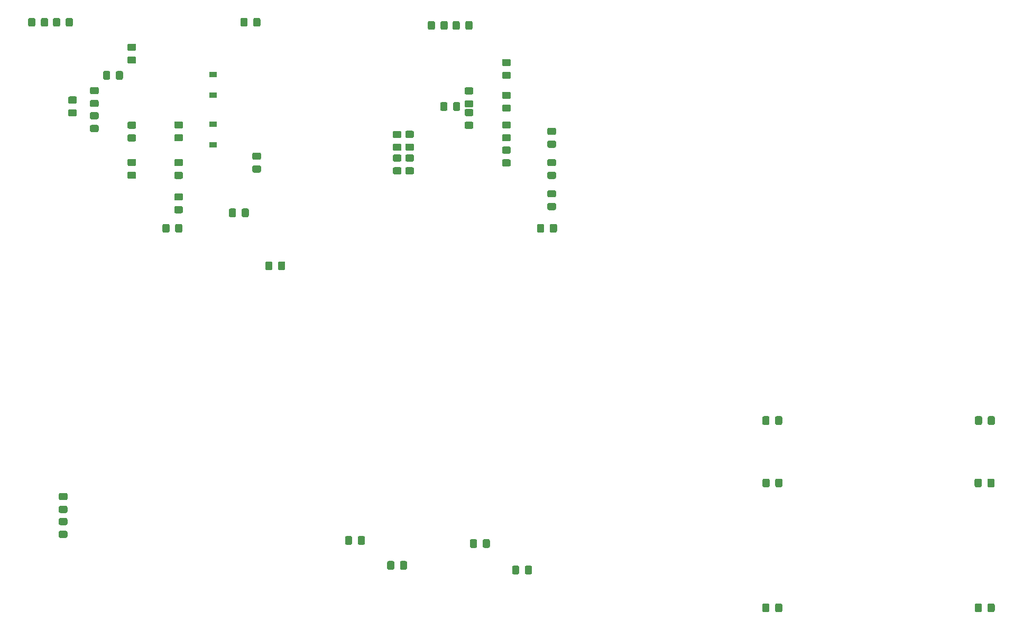
<source format=gtp>
G04 #@! TF.GenerationSoftware,KiCad,Pcbnew,(5.1.9)-1*
G04 #@! TF.CreationDate,2021-05-20T23:06:15+02:00*
G04 #@! TF.ProjectId,KicadJE_OLED_Board,4b696361-644a-4455-9f4f-4c45445f426f,Rev A*
G04 #@! TF.SameCoordinates,Original*
G04 #@! TF.FileFunction,Paste,Top*
G04 #@! TF.FilePolarity,Positive*
%FSLAX46Y46*%
G04 Gerber Fmt 4.6, Leading zero omitted, Abs format (unit mm)*
G04 Created by KiCad (PCBNEW (5.1.9)-1) date 2021-05-20 23:06:15*
%MOMM*%
%LPD*%
G01*
G04 APERTURE LIST*
%ADD10R,1.200000X0.900000*%
G04 APERTURE END LIST*
D10*
X144000000Y-62650000D03*
X144000000Y-59350000D03*
X144000000Y-67350000D03*
X144000000Y-70650000D03*
G36*
G01*
X231975000Y-115250001D02*
X231975000Y-114349999D01*
G75*
G02*
X232224999Y-114100000I249999J0D01*
G01*
X232875001Y-114100000D01*
G75*
G02*
X233125000Y-114349999I0J-249999D01*
G01*
X233125000Y-115250001D01*
G75*
G02*
X232875001Y-115500000I-249999J0D01*
G01*
X232224999Y-115500000D01*
G75*
G02*
X231975000Y-115250001I0J249999D01*
G01*
G37*
G36*
G01*
X234025000Y-115250001D02*
X234025000Y-114349999D01*
G75*
G02*
X234274999Y-114100000I249999J0D01*
G01*
X234925001Y-114100000D01*
G75*
G02*
X235175000Y-114349999I0J-249999D01*
G01*
X235175000Y-115250001D01*
G75*
G02*
X234925001Y-115500000I-249999J0D01*
G01*
X234274999Y-115500000D01*
G75*
G02*
X234025000Y-115250001I0J249999D01*
G01*
G37*
G36*
G01*
X268075000Y-115250001D02*
X268075000Y-114349999D01*
G75*
G02*
X268324999Y-114100000I249999J0D01*
G01*
X268975001Y-114100000D01*
G75*
G02*
X269225000Y-114349999I0J-249999D01*
G01*
X269225000Y-115250001D01*
G75*
G02*
X268975001Y-115500000I-249999J0D01*
G01*
X268324999Y-115500000D01*
G75*
G02*
X268075000Y-115250001I0J249999D01*
G01*
G37*
G36*
G01*
X266025000Y-115250001D02*
X266025000Y-114349999D01*
G75*
G02*
X266274999Y-114100000I249999J0D01*
G01*
X266925001Y-114100000D01*
G75*
G02*
X267175000Y-114349999I0J-249999D01*
G01*
X267175000Y-115250001D01*
G75*
G02*
X266925001Y-115500000I-249999J0D01*
G01*
X266274999Y-115500000D01*
G75*
G02*
X266025000Y-115250001I0J249999D01*
G01*
G37*
G36*
G01*
X232000000Y-125250001D02*
X232000000Y-124349999D01*
G75*
G02*
X232249999Y-124100000I249999J0D01*
G01*
X232900001Y-124100000D01*
G75*
G02*
X233150000Y-124349999I0J-249999D01*
G01*
X233150000Y-125250001D01*
G75*
G02*
X232900001Y-125500000I-249999J0D01*
G01*
X232249999Y-125500000D01*
G75*
G02*
X232000000Y-125250001I0J249999D01*
G01*
G37*
G36*
G01*
X234050000Y-125250001D02*
X234050000Y-124349999D01*
G75*
G02*
X234299999Y-124100000I249999J0D01*
G01*
X234950001Y-124100000D01*
G75*
G02*
X235200000Y-124349999I0J-249999D01*
G01*
X235200000Y-125250001D01*
G75*
G02*
X234950001Y-125500000I-249999J0D01*
G01*
X234299999Y-125500000D01*
G75*
G02*
X234050000Y-125250001I0J249999D01*
G01*
G37*
G36*
G01*
X268025000Y-125250001D02*
X268025000Y-124349999D01*
G75*
G02*
X268274999Y-124100000I249999J0D01*
G01*
X268925001Y-124100000D01*
G75*
G02*
X269175000Y-124349999I0J-249999D01*
G01*
X269175000Y-125250001D01*
G75*
G02*
X268925001Y-125500000I-249999J0D01*
G01*
X268274999Y-125500000D01*
G75*
G02*
X268025000Y-125250001I0J249999D01*
G01*
G37*
G36*
G01*
X265975000Y-125250001D02*
X265975000Y-124349999D01*
G75*
G02*
X266224999Y-124100000I249999J0D01*
G01*
X266875001Y-124100000D01*
G75*
G02*
X267125000Y-124349999I0J-249999D01*
G01*
X267125000Y-125250001D01*
G75*
G02*
X266875001Y-125500000I-249999J0D01*
G01*
X266224999Y-125500000D01*
G75*
G02*
X265975000Y-125250001I0J249999D01*
G01*
G37*
G36*
G01*
X231975000Y-145250001D02*
X231975000Y-144349999D01*
G75*
G02*
X232224999Y-144100000I249999J0D01*
G01*
X232875001Y-144100000D01*
G75*
G02*
X233125000Y-144349999I0J-249999D01*
G01*
X233125000Y-145250001D01*
G75*
G02*
X232875001Y-145500000I-249999J0D01*
G01*
X232224999Y-145500000D01*
G75*
G02*
X231975000Y-145250001I0J249999D01*
G01*
G37*
G36*
G01*
X234025000Y-145250001D02*
X234025000Y-144349999D01*
G75*
G02*
X234274999Y-144100000I249999J0D01*
G01*
X234925001Y-144100000D01*
G75*
G02*
X235175000Y-144349999I0J-249999D01*
G01*
X235175000Y-145250001D01*
G75*
G02*
X234925001Y-145500000I-249999J0D01*
G01*
X234274999Y-145500000D01*
G75*
G02*
X234025000Y-145250001I0J249999D01*
G01*
G37*
G36*
G01*
X268050000Y-145250001D02*
X268050000Y-144349999D01*
G75*
G02*
X268299999Y-144100000I249999J0D01*
G01*
X268950001Y-144100000D01*
G75*
G02*
X269200000Y-144349999I0J-249999D01*
G01*
X269200000Y-145250001D01*
G75*
G02*
X268950001Y-145500000I-249999J0D01*
G01*
X268299999Y-145500000D01*
G75*
G02*
X268050000Y-145250001I0J249999D01*
G01*
G37*
G36*
G01*
X266000000Y-145250001D02*
X266000000Y-144349999D01*
G75*
G02*
X266249999Y-144100000I249999J0D01*
G01*
X266900001Y-144100000D01*
G75*
G02*
X267150000Y-144349999I0J-249999D01*
G01*
X267150000Y-145250001D01*
G75*
G02*
X266900001Y-145500000I-249999J0D01*
G01*
X266249999Y-145500000D01*
G75*
G02*
X266000000Y-145250001I0J249999D01*
G01*
G37*
G36*
G01*
X181550000Y-64049999D02*
X181550000Y-64950001D01*
G75*
G02*
X181300001Y-65200000I-249999J0D01*
G01*
X180649999Y-65200000D01*
G75*
G02*
X180400000Y-64950001I0J249999D01*
G01*
X180400000Y-64049999D01*
G75*
G02*
X180649999Y-63800000I249999J0D01*
G01*
X181300001Y-63800000D01*
G75*
G02*
X181550000Y-64049999I0J-249999D01*
G01*
G37*
G36*
G01*
X183600000Y-64049999D02*
X183600000Y-64950001D01*
G75*
G02*
X183350001Y-65200000I-249999J0D01*
G01*
X182699999Y-65200000D01*
G75*
G02*
X182450000Y-64950001I0J249999D01*
G01*
X182450000Y-64049999D01*
G75*
G02*
X182699999Y-63800000I249999J0D01*
G01*
X183350001Y-63800000D01*
G75*
G02*
X183600000Y-64049999I0J-249999D01*
G01*
G37*
G36*
G01*
X190549999Y-64175000D02*
X191450001Y-64175000D01*
G75*
G02*
X191700000Y-64424999I0J-249999D01*
G01*
X191700000Y-65075001D01*
G75*
G02*
X191450001Y-65325000I-249999J0D01*
G01*
X190549999Y-65325000D01*
G75*
G02*
X190300000Y-65075001I0J249999D01*
G01*
X190300000Y-64424999D01*
G75*
G02*
X190549999Y-64175000I249999J0D01*
G01*
G37*
G36*
G01*
X190549999Y-62125000D02*
X191450001Y-62125000D01*
G75*
G02*
X191700000Y-62374999I0J-249999D01*
G01*
X191700000Y-63025001D01*
G75*
G02*
X191450001Y-63275000I-249999J0D01*
G01*
X190549999Y-63275000D01*
G75*
G02*
X190300000Y-63025001I0J249999D01*
G01*
X190300000Y-62374999D01*
G75*
G02*
X190549999Y-62125000I249999J0D01*
G01*
G37*
G36*
G01*
X185450001Y-66025000D02*
X184549999Y-66025000D01*
G75*
G02*
X184300000Y-65775001I0J249999D01*
G01*
X184300000Y-65124999D01*
G75*
G02*
X184549999Y-64875000I249999J0D01*
G01*
X185450001Y-64875000D01*
G75*
G02*
X185700000Y-65124999I0J-249999D01*
G01*
X185700000Y-65775001D01*
G75*
G02*
X185450001Y-66025000I-249999J0D01*
G01*
G37*
G36*
G01*
X185450001Y-68075000D02*
X184549999Y-68075000D01*
G75*
G02*
X184300000Y-67825001I0J249999D01*
G01*
X184300000Y-67174999D01*
G75*
G02*
X184549999Y-66925000I249999J0D01*
G01*
X185450001Y-66925000D01*
G75*
G02*
X185700000Y-67174999I0J-249999D01*
G01*
X185700000Y-67825001D01*
G75*
G02*
X185450001Y-68075000I-249999J0D01*
G01*
G37*
G36*
G01*
X184549999Y-61425000D02*
X185450001Y-61425000D01*
G75*
G02*
X185700000Y-61674999I0J-249999D01*
G01*
X185700000Y-62325001D01*
G75*
G02*
X185450001Y-62575000I-249999J0D01*
G01*
X184549999Y-62575000D01*
G75*
G02*
X184300000Y-62325001I0J249999D01*
G01*
X184300000Y-61674999D01*
G75*
G02*
X184549999Y-61425000I249999J0D01*
G01*
G37*
G36*
G01*
X184549999Y-63475000D02*
X185450001Y-63475000D01*
G75*
G02*
X185700000Y-63724999I0J-249999D01*
G01*
X185700000Y-64375001D01*
G75*
G02*
X185450001Y-64625000I-249999J0D01*
G01*
X184549999Y-64625000D01*
G75*
G02*
X184300000Y-64375001I0J249999D01*
G01*
X184300000Y-63724999D01*
G75*
G02*
X184549999Y-63475000I249999J0D01*
G01*
G37*
G36*
G01*
X190549999Y-56875000D02*
X191450001Y-56875000D01*
G75*
G02*
X191700000Y-57124999I0J-249999D01*
G01*
X191700000Y-57775001D01*
G75*
G02*
X191450001Y-58025000I-249999J0D01*
G01*
X190549999Y-58025000D01*
G75*
G02*
X190300000Y-57775001I0J249999D01*
G01*
X190300000Y-57124999D01*
G75*
G02*
X190549999Y-56875000I249999J0D01*
G01*
G37*
G36*
G01*
X190549999Y-58925000D02*
X191450001Y-58925000D01*
G75*
G02*
X191700000Y-59174999I0J-249999D01*
G01*
X191700000Y-59825001D01*
G75*
G02*
X191450001Y-60075000I-249999J0D01*
G01*
X190549999Y-60075000D01*
G75*
G02*
X190300000Y-59825001I0J249999D01*
G01*
X190300000Y-59174999D01*
G75*
G02*
X190549999Y-58925000I249999J0D01*
G01*
G37*
G36*
G01*
X191450001Y-74100000D02*
X190549999Y-74100000D01*
G75*
G02*
X190300000Y-73850001I0J249999D01*
G01*
X190300000Y-73199999D01*
G75*
G02*
X190549999Y-72950000I249999J0D01*
G01*
X191450001Y-72950000D01*
G75*
G02*
X191700000Y-73199999I0J-249999D01*
G01*
X191700000Y-73850001D01*
G75*
G02*
X191450001Y-74100000I-249999J0D01*
G01*
G37*
G36*
G01*
X191450001Y-72050000D02*
X190549999Y-72050000D01*
G75*
G02*
X190300000Y-71800001I0J249999D01*
G01*
X190300000Y-71149999D01*
G75*
G02*
X190549999Y-70900000I249999J0D01*
G01*
X191450001Y-70900000D01*
G75*
G02*
X191700000Y-71149999I0J-249999D01*
G01*
X191700000Y-71800001D01*
G75*
G02*
X191450001Y-72050000I-249999J0D01*
G01*
G37*
G36*
G01*
X197799999Y-79950000D02*
X198700001Y-79950000D01*
G75*
G02*
X198950000Y-80199999I0J-249999D01*
G01*
X198950000Y-80850001D01*
G75*
G02*
X198700001Y-81100000I-249999J0D01*
G01*
X197799999Y-81100000D01*
G75*
G02*
X197550000Y-80850001I0J249999D01*
G01*
X197550000Y-80199999D01*
G75*
G02*
X197799999Y-79950000I249999J0D01*
G01*
G37*
G36*
G01*
X197799999Y-77900000D02*
X198700001Y-77900000D01*
G75*
G02*
X198950000Y-78149999I0J-249999D01*
G01*
X198950000Y-78800001D01*
G75*
G02*
X198700001Y-79050000I-249999J0D01*
G01*
X197799999Y-79050000D01*
G75*
G02*
X197550000Y-78800001I0J249999D01*
G01*
X197550000Y-78149999D01*
G75*
G02*
X197799999Y-77900000I249999J0D01*
G01*
G37*
G36*
G01*
X198700001Y-74050000D02*
X197799999Y-74050000D01*
G75*
G02*
X197550000Y-73800001I0J249999D01*
G01*
X197550000Y-73149999D01*
G75*
G02*
X197799999Y-72900000I249999J0D01*
G01*
X198700001Y-72900000D01*
G75*
G02*
X198950000Y-73149999I0J-249999D01*
G01*
X198950000Y-73800001D01*
G75*
G02*
X198700001Y-74050000I-249999J0D01*
G01*
G37*
G36*
G01*
X198700001Y-76100000D02*
X197799999Y-76100000D01*
G75*
G02*
X197550000Y-75850001I0J249999D01*
G01*
X197550000Y-75199999D01*
G75*
G02*
X197799999Y-74950000I249999J0D01*
G01*
X198700001Y-74950000D01*
G75*
G02*
X198950000Y-75199999I0J-249999D01*
G01*
X198950000Y-75850001D01*
G75*
G02*
X198700001Y-76100000I-249999J0D01*
G01*
G37*
G36*
G01*
X191900000Y-139200001D02*
X191900000Y-138299999D01*
G75*
G02*
X192149999Y-138050000I249999J0D01*
G01*
X192800001Y-138050000D01*
G75*
G02*
X193050000Y-138299999I0J-249999D01*
G01*
X193050000Y-139200001D01*
G75*
G02*
X192800001Y-139450000I-249999J0D01*
G01*
X192149999Y-139450000D01*
G75*
G02*
X191900000Y-139200001I0J249999D01*
G01*
G37*
G36*
G01*
X193950000Y-139200001D02*
X193950000Y-138299999D01*
G75*
G02*
X194199999Y-138050000I249999J0D01*
G01*
X194850001Y-138050000D01*
G75*
G02*
X195100000Y-138299999I0J-249999D01*
G01*
X195100000Y-139200001D01*
G75*
G02*
X194850001Y-139450000I-249999J0D01*
G01*
X194199999Y-139450000D01*
G75*
G02*
X193950000Y-139200001I0J249999D01*
G01*
G37*
G36*
G01*
X187200000Y-134950001D02*
X187200000Y-134049999D01*
G75*
G02*
X187449999Y-133800000I249999J0D01*
G01*
X188100001Y-133800000D01*
G75*
G02*
X188350000Y-134049999I0J-249999D01*
G01*
X188350000Y-134950001D01*
G75*
G02*
X188100001Y-135200000I-249999J0D01*
G01*
X187449999Y-135200000D01*
G75*
G02*
X187200000Y-134950001I0J249999D01*
G01*
G37*
G36*
G01*
X185150000Y-134950001D02*
X185150000Y-134049999D01*
G75*
G02*
X185399999Y-133800000I249999J0D01*
G01*
X186050001Y-133800000D01*
G75*
G02*
X186300000Y-134049999I0J-249999D01*
G01*
X186300000Y-134950001D01*
G75*
G02*
X186050001Y-135200000I-249999J0D01*
G01*
X185399999Y-135200000D01*
G75*
G02*
X185150000Y-134950001I0J249999D01*
G01*
G37*
G36*
G01*
X181600000Y-51049999D02*
X181600000Y-51950001D01*
G75*
G02*
X181350001Y-52200000I-249999J0D01*
G01*
X180699999Y-52200000D01*
G75*
G02*
X180450000Y-51950001I0J249999D01*
G01*
X180450000Y-51049999D01*
G75*
G02*
X180699999Y-50800000I249999J0D01*
G01*
X181350001Y-50800000D01*
G75*
G02*
X181600000Y-51049999I0J-249999D01*
G01*
G37*
G36*
G01*
X179550000Y-51049999D02*
X179550000Y-51950001D01*
G75*
G02*
X179300001Y-52200000I-249999J0D01*
G01*
X178649999Y-52200000D01*
G75*
G02*
X178400000Y-51950001I0J249999D01*
G01*
X178400000Y-51049999D01*
G75*
G02*
X178649999Y-50800000I249999J0D01*
G01*
X179300001Y-50800000D01*
G75*
G02*
X179550000Y-51049999I0J-249999D01*
G01*
G37*
G36*
G01*
X197799999Y-67900000D02*
X198700001Y-67900000D01*
G75*
G02*
X198950000Y-68149999I0J-249999D01*
G01*
X198950000Y-68800001D01*
G75*
G02*
X198700001Y-69050000I-249999J0D01*
G01*
X197799999Y-69050000D01*
G75*
G02*
X197550000Y-68800001I0J249999D01*
G01*
X197550000Y-68149999D01*
G75*
G02*
X197799999Y-67900000I249999J0D01*
G01*
G37*
G36*
G01*
X197799999Y-69950000D02*
X198700001Y-69950000D01*
G75*
G02*
X198950000Y-70199999I0J-249999D01*
G01*
X198950000Y-70850001D01*
G75*
G02*
X198700001Y-71100000I-249999J0D01*
G01*
X197799999Y-71100000D01*
G75*
G02*
X197550000Y-70850001I0J249999D01*
G01*
X197550000Y-70199999D01*
G75*
G02*
X197799999Y-69950000I249999J0D01*
G01*
G37*
G36*
G01*
X195900000Y-84450001D02*
X195900000Y-83549999D01*
G75*
G02*
X196149999Y-83300000I249999J0D01*
G01*
X196800001Y-83300000D01*
G75*
G02*
X197050000Y-83549999I0J-249999D01*
G01*
X197050000Y-84450001D01*
G75*
G02*
X196800001Y-84700000I-249999J0D01*
G01*
X196149999Y-84700000D01*
G75*
G02*
X195900000Y-84450001I0J249999D01*
G01*
G37*
G36*
G01*
X197950000Y-84450001D02*
X197950000Y-83549999D01*
G75*
G02*
X198199999Y-83300000I249999J0D01*
G01*
X198850001Y-83300000D01*
G75*
G02*
X199100000Y-83549999I0J-249999D01*
G01*
X199100000Y-84450001D01*
G75*
G02*
X198850001Y-84700000I-249999J0D01*
G01*
X198199999Y-84700000D01*
G75*
G02*
X197950000Y-84450001I0J249999D01*
G01*
G37*
G36*
G01*
X190549999Y-68925000D02*
X191450001Y-68925000D01*
G75*
G02*
X191700000Y-69174999I0J-249999D01*
G01*
X191700000Y-69825001D01*
G75*
G02*
X191450001Y-70075000I-249999J0D01*
G01*
X190549999Y-70075000D01*
G75*
G02*
X190300000Y-69825001I0J249999D01*
G01*
X190300000Y-69174999D01*
G75*
G02*
X190549999Y-68925000I249999J0D01*
G01*
G37*
G36*
G01*
X190549999Y-66875000D02*
X191450001Y-66875000D01*
G75*
G02*
X191700000Y-67124999I0J-249999D01*
G01*
X191700000Y-67775001D01*
G75*
G02*
X191450001Y-68025000I-249999J0D01*
G01*
X190549999Y-68025000D01*
G75*
G02*
X190300000Y-67775001I0J249999D01*
G01*
X190300000Y-67124999D01*
G75*
G02*
X190549999Y-66875000I249999J0D01*
G01*
G37*
G36*
G01*
X184425000Y-51950001D02*
X184425000Y-51049999D01*
G75*
G02*
X184674999Y-50800000I249999J0D01*
G01*
X185325001Y-50800000D01*
G75*
G02*
X185575000Y-51049999I0J-249999D01*
G01*
X185575000Y-51950001D01*
G75*
G02*
X185325001Y-52200000I-249999J0D01*
G01*
X184674999Y-52200000D01*
G75*
G02*
X184425000Y-51950001I0J249999D01*
G01*
G37*
G36*
G01*
X182375000Y-51950001D02*
X182375000Y-51049999D01*
G75*
G02*
X182624999Y-50800000I249999J0D01*
G01*
X183275001Y-50800000D01*
G75*
G02*
X183525000Y-51049999I0J-249999D01*
G01*
X183525000Y-51950001D01*
G75*
G02*
X183275001Y-52200000I-249999J0D01*
G01*
X182624999Y-52200000D01*
G75*
G02*
X182375000Y-51950001I0J249999D01*
G01*
G37*
G36*
G01*
X171900000Y-138450001D02*
X171900000Y-137549999D01*
G75*
G02*
X172149999Y-137300000I249999J0D01*
G01*
X172800001Y-137300000D01*
G75*
G02*
X173050000Y-137549999I0J-249999D01*
G01*
X173050000Y-138450001D01*
G75*
G02*
X172800001Y-138700000I-249999J0D01*
G01*
X172149999Y-138700000D01*
G75*
G02*
X171900000Y-138450001I0J249999D01*
G01*
G37*
G36*
G01*
X173950000Y-138450001D02*
X173950000Y-137549999D01*
G75*
G02*
X174199999Y-137300000I249999J0D01*
G01*
X174850001Y-137300000D01*
G75*
G02*
X175100000Y-137549999I0J-249999D01*
G01*
X175100000Y-138450001D01*
G75*
G02*
X174850001Y-138700000I-249999J0D01*
G01*
X174199999Y-138700000D01*
G75*
G02*
X173950000Y-138450001I0J249999D01*
G01*
G37*
G36*
G01*
X167200000Y-134450001D02*
X167200000Y-133549999D01*
G75*
G02*
X167449999Y-133300000I249999J0D01*
G01*
X168100001Y-133300000D01*
G75*
G02*
X168350000Y-133549999I0J-249999D01*
G01*
X168350000Y-134450001D01*
G75*
G02*
X168100001Y-134700000I-249999J0D01*
G01*
X167449999Y-134700000D01*
G75*
G02*
X167200000Y-134450001I0J249999D01*
G01*
G37*
G36*
G01*
X165150000Y-134450001D02*
X165150000Y-133549999D01*
G75*
G02*
X165399999Y-133300000I249999J0D01*
G01*
X166050001Y-133300000D01*
G75*
G02*
X166300000Y-133549999I0J-249999D01*
G01*
X166300000Y-134450001D01*
G75*
G02*
X166050001Y-134700000I-249999J0D01*
G01*
X165399999Y-134700000D01*
G75*
G02*
X165150000Y-134450001I0J249999D01*
G01*
G37*
G36*
G01*
X175049999Y-74225000D02*
X175950001Y-74225000D01*
G75*
G02*
X176200000Y-74474999I0J-249999D01*
G01*
X176200000Y-75125001D01*
G75*
G02*
X175950001Y-75375000I-249999J0D01*
G01*
X175049999Y-75375000D01*
G75*
G02*
X174800000Y-75125001I0J249999D01*
G01*
X174800000Y-74474999D01*
G75*
G02*
X175049999Y-74225000I249999J0D01*
G01*
G37*
G36*
G01*
X175049999Y-72175000D02*
X175950001Y-72175000D01*
G75*
G02*
X176200000Y-72424999I0J-249999D01*
G01*
X176200000Y-73075001D01*
G75*
G02*
X175950001Y-73325000I-249999J0D01*
G01*
X175049999Y-73325000D01*
G75*
G02*
X174800000Y-73075001I0J249999D01*
G01*
X174800000Y-72424999D01*
G75*
G02*
X175049999Y-72175000I249999J0D01*
G01*
G37*
G36*
G01*
X173049999Y-72175000D02*
X173950001Y-72175000D01*
G75*
G02*
X174200000Y-72424999I0J-249999D01*
G01*
X174200000Y-73075001D01*
G75*
G02*
X173950001Y-73325000I-249999J0D01*
G01*
X173049999Y-73325000D01*
G75*
G02*
X172800000Y-73075001I0J249999D01*
G01*
X172800000Y-72424999D01*
G75*
G02*
X173049999Y-72175000I249999J0D01*
G01*
G37*
G36*
G01*
X173049999Y-74225000D02*
X173950001Y-74225000D01*
G75*
G02*
X174200000Y-74474999I0J-249999D01*
G01*
X174200000Y-75125001D01*
G75*
G02*
X173950001Y-75375000I-249999J0D01*
G01*
X173049999Y-75375000D01*
G75*
G02*
X172800000Y-75125001I0J249999D01*
G01*
X172800000Y-74474999D01*
G75*
G02*
X173049999Y-74225000I249999J0D01*
G01*
G37*
G36*
G01*
X175049999Y-70425000D02*
X175950001Y-70425000D01*
G75*
G02*
X176200000Y-70674999I0J-249999D01*
G01*
X176200000Y-71325001D01*
G75*
G02*
X175950001Y-71575000I-249999J0D01*
G01*
X175049999Y-71575000D01*
G75*
G02*
X174800000Y-71325001I0J249999D01*
G01*
X174800000Y-70674999D01*
G75*
G02*
X175049999Y-70425000I249999J0D01*
G01*
G37*
G36*
G01*
X175049999Y-68375000D02*
X175950001Y-68375000D01*
G75*
G02*
X176200000Y-68624999I0J-249999D01*
G01*
X176200000Y-69275001D01*
G75*
G02*
X175950001Y-69525000I-249999J0D01*
G01*
X175049999Y-69525000D01*
G75*
G02*
X174800000Y-69275001I0J249999D01*
G01*
X174800000Y-68624999D01*
G75*
G02*
X175049999Y-68375000I249999J0D01*
G01*
G37*
G36*
G01*
X173049999Y-68400000D02*
X173950001Y-68400000D01*
G75*
G02*
X174200000Y-68649999I0J-249999D01*
G01*
X174200000Y-69300001D01*
G75*
G02*
X173950001Y-69550000I-249999J0D01*
G01*
X173049999Y-69550000D01*
G75*
G02*
X172800000Y-69300001I0J249999D01*
G01*
X172800000Y-68649999D01*
G75*
G02*
X173049999Y-68400000I249999J0D01*
G01*
G37*
G36*
G01*
X173049999Y-70450000D02*
X173950001Y-70450000D01*
G75*
G02*
X174200000Y-70699999I0J-249999D01*
G01*
X174200000Y-71350001D01*
G75*
G02*
X173950001Y-71600000I-249999J0D01*
G01*
X173049999Y-71600000D01*
G75*
G02*
X172800000Y-71350001I0J249999D01*
G01*
X172800000Y-70699999D01*
G75*
G02*
X173049999Y-70450000I249999J0D01*
G01*
G37*
G36*
G01*
X150549999Y-73925000D02*
X151450001Y-73925000D01*
G75*
G02*
X151700000Y-74174999I0J-249999D01*
G01*
X151700000Y-74825001D01*
G75*
G02*
X151450001Y-75075000I-249999J0D01*
G01*
X150549999Y-75075000D01*
G75*
G02*
X150300000Y-74825001I0J249999D01*
G01*
X150300000Y-74174999D01*
G75*
G02*
X150549999Y-73925000I249999J0D01*
G01*
G37*
G36*
G01*
X150549999Y-71875000D02*
X151450001Y-71875000D01*
G75*
G02*
X151700000Y-72124999I0J-249999D01*
G01*
X151700000Y-72775001D01*
G75*
G02*
X151450001Y-73025000I-249999J0D01*
G01*
X150549999Y-73025000D01*
G75*
G02*
X150300000Y-72775001I0J249999D01*
G01*
X150300000Y-72124999D01*
G75*
G02*
X150549999Y-71875000I249999J0D01*
G01*
G37*
G36*
G01*
X153525000Y-89549999D02*
X153525000Y-90450001D01*
G75*
G02*
X153275001Y-90700000I-249999J0D01*
G01*
X152624999Y-90700000D01*
G75*
G02*
X152375000Y-90450001I0J249999D01*
G01*
X152375000Y-89549999D01*
G75*
G02*
X152624999Y-89300000I249999J0D01*
G01*
X153275001Y-89300000D01*
G75*
G02*
X153525000Y-89549999I0J-249999D01*
G01*
G37*
G36*
G01*
X155575000Y-89549999D02*
X155575000Y-90450001D01*
G75*
G02*
X155325001Y-90700000I-249999J0D01*
G01*
X154674999Y-90700000D01*
G75*
G02*
X154425000Y-90450001I0J249999D01*
G01*
X154425000Y-89549999D01*
G75*
G02*
X154674999Y-89300000I249999J0D01*
G01*
X155325001Y-89300000D01*
G75*
G02*
X155575000Y-89549999I0J-249999D01*
G01*
G37*
G36*
G01*
X149744999Y-81074998D02*
X149744999Y-81975000D01*
G75*
G02*
X149495000Y-82224999I-249999J0D01*
G01*
X148844998Y-82224999D01*
G75*
G02*
X148594999Y-81975000I0J249999D01*
G01*
X148594999Y-81074998D01*
G75*
G02*
X148844998Y-80824999I249999J0D01*
G01*
X149495000Y-80824999D01*
G75*
G02*
X149744999Y-81074998I0J-249999D01*
G01*
G37*
G36*
G01*
X147694999Y-81074998D02*
X147694999Y-81975000D01*
G75*
G02*
X147445000Y-82224999I-249999J0D01*
G01*
X146794998Y-82224999D01*
G75*
G02*
X146544999Y-81975000I0J249999D01*
G01*
X146544999Y-81074998D01*
G75*
G02*
X146794998Y-80824999I249999J0D01*
G01*
X147445000Y-80824999D01*
G75*
G02*
X147694999Y-81074998I0J-249999D01*
G01*
G37*
G36*
G01*
X148400000Y-51450001D02*
X148400000Y-50549999D01*
G75*
G02*
X148649999Y-50300000I249999J0D01*
G01*
X149300001Y-50300000D01*
G75*
G02*
X149550000Y-50549999I0J-249999D01*
G01*
X149550000Y-51450001D01*
G75*
G02*
X149300001Y-51700000I-249999J0D01*
G01*
X148649999Y-51700000D01*
G75*
G02*
X148400000Y-51450001I0J249999D01*
G01*
G37*
G36*
G01*
X150450000Y-51450001D02*
X150450000Y-50549999D01*
G75*
G02*
X150699999Y-50300000I249999J0D01*
G01*
X151350001Y-50300000D01*
G75*
G02*
X151600000Y-50549999I0J-249999D01*
G01*
X151600000Y-51450001D01*
G75*
G02*
X151350001Y-51700000I-249999J0D01*
G01*
X150699999Y-51700000D01*
G75*
G02*
X150450000Y-51450001I0J249999D01*
G01*
G37*
G36*
G01*
X131450001Y-76075000D02*
X130549999Y-76075000D01*
G75*
G02*
X130300000Y-75825001I0J249999D01*
G01*
X130300000Y-75174999D01*
G75*
G02*
X130549999Y-74925000I249999J0D01*
G01*
X131450001Y-74925000D01*
G75*
G02*
X131700000Y-75174999I0J-249999D01*
G01*
X131700000Y-75825001D01*
G75*
G02*
X131450001Y-76075000I-249999J0D01*
G01*
G37*
G36*
G01*
X131450001Y-74025000D02*
X130549999Y-74025000D01*
G75*
G02*
X130300000Y-73775001I0J249999D01*
G01*
X130300000Y-73124999D01*
G75*
G02*
X130549999Y-72875000I249999J0D01*
G01*
X131450001Y-72875000D01*
G75*
G02*
X131700000Y-73124999I0J-249999D01*
G01*
X131700000Y-73775001D01*
G75*
G02*
X131450001Y-74025000I-249999J0D01*
G01*
G37*
G36*
G01*
X138049999Y-80450000D02*
X138950001Y-80450000D01*
G75*
G02*
X139200000Y-80699999I0J-249999D01*
G01*
X139200000Y-81350001D01*
G75*
G02*
X138950001Y-81600000I-249999J0D01*
G01*
X138049999Y-81600000D01*
G75*
G02*
X137800000Y-81350001I0J249999D01*
G01*
X137800000Y-80699999D01*
G75*
G02*
X138049999Y-80450000I249999J0D01*
G01*
G37*
G36*
G01*
X138049999Y-78400000D02*
X138950001Y-78400000D01*
G75*
G02*
X139200000Y-78649999I0J-249999D01*
G01*
X139200000Y-79300001D01*
G75*
G02*
X138950001Y-79550000I-249999J0D01*
G01*
X138049999Y-79550000D01*
G75*
G02*
X137800000Y-79300001I0J249999D01*
G01*
X137800000Y-78649999D01*
G75*
G02*
X138049999Y-78400000I249999J0D01*
G01*
G37*
G36*
G01*
X138950001Y-76100000D02*
X138049999Y-76100000D01*
G75*
G02*
X137800000Y-75850001I0J249999D01*
G01*
X137800000Y-75199999D01*
G75*
G02*
X138049999Y-74950000I249999J0D01*
G01*
X138950001Y-74950000D01*
G75*
G02*
X139200000Y-75199999I0J-249999D01*
G01*
X139200000Y-75850001D01*
G75*
G02*
X138950001Y-76100000I-249999J0D01*
G01*
G37*
G36*
G01*
X138950001Y-74050000D02*
X138049999Y-74050000D01*
G75*
G02*
X137800000Y-73800001I0J249999D01*
G01*
X137800000Y-73149999D01*
G75*
G02*
X138049999Y-72900000I249999J0D01*
G01*
X138950001Y-72900000D01*
G75*
G02*
X139200000Y-73149999I0J-249999D01*
G01*
X139200000Y-73800001D01*
G75*
G02*
X138950001Y-74050000I-249999J0D01*
G01*
G37*
G36*
G01*
X120450001Y-133600000D02*
X119549999Y-133600000D01*
G75*
G02*
X119300000Y-133350001I0J249999D01*
G01*
X119300000Y-132699999D01*
G75*
G02*
X119549999Y-132450000I249999J0D01*
G01*
X120450001Y-132450000D01*
G75*
G02*
X120700000Y-132699999I0J-249999D01*
G01*
X120700000Y-133350001D01*
G75*
G02*
X120450001Y-133600000I-249999J0D01*
G01*
G37*
G36*
G01*
X120450001Y-131550000D02*
X119549999Y-131550000D01*
G75*
G02*
X119300000Y-131300001I0J249999D01*
G01*
X119300000Y-130649999D01*
G75*
G02*
X119549999Y-130400000I249999J0D01*
G01*
X120450001Y-130400000D01*
G75*
G02*
X120700000Y-130649999I0J-249999D01*
G01*
X120700000Y-131300001D01*
G75*
G02*
X120450001Y-131550000I-249999J0D01*
G01*
G37*
G36*
G01*
X120450001Y-127550000D02*
X119549999Y-127550000D01*
G75*
G02*
X119300000Y-127300001I0J249999D01*
G01*
X119300000Y-126649999D01*
G75*
G02*
X119549999Y-126400000I249999J0D01*
G01*
X120450001Y-126400000D01*
G75*
G02*
X120700000Y-126649999I0J-249999D01*
G01*
X120700000Y-127300001D01*
G75*
G02*
X120450001Y-127550000I-249999J0D01*
G01*
G37*
G36*
G01*
X120450001Y-129600000D02*
X119549999Y-129600000D01*
G75*
G02*
X119300000Y-129350001I0J249999D01*
G01*
X119300000Y-128699999D01*
G75*
G02*
X119549999Y-128450000I249999J0D01*
G01*
X120450001Y-128450000D01*
G75*
G02*
X120700000Y-128699999I0J-249999D01*
G01*
X120700000Y-129350001D01*
G75*
G02*
X120450001Y-129600000I-249999J0D01*
G01*
G37*
G36*
G01*
X121950001Y-64025000D02*
X121049999Y-64025000D01*
G75*
G02*
X120800000Y-63775001I0J249999D01*
G01*
X120800000Y-63124999D01*
G75*
G02*
X121049999Y-62875000I249999J0D01*
G01*
X121950001Y-62875000D01*
G75*
G02*
X122200000Y-63124999I0J-249999D01*
G01*
X122200000Y-63775001D01*
G75*
G02*
X121950001Y-64025000I-249999J0D01*
G01*
G37*
G36*
G01*
X121950001Y-66075000D02*
X121049999Y-66075000D01*
G75*
G02*
X120800000Y-65825001I0J249999D01*
G01*
X120800000Y-65174999D01*
G75*
G02*
X121049999Y-64925000I249999J0D01*
G01*
X121950001Y-64925000D01*
G75*
G02*
X122200000Y-65174999I0J-249999D01*
G01*
X122200000Y-65825001D01*
G75*
G02*
X121950001Y-66075000I-249999J0D01*
G01*
G37*
G36*
G01*
X125450001Y-68600000D02*
X124549999Y-68600000D01*
G75*
G02*
X124300000Y-68350001I0J249999D01*
G01*
X124300000Y-67699999D01*
G75*
G02*
X124549999Y-67450000I249999J0D01*
G01*
X125450001Y-67450000D01*
G75*
G02*
X125700000Y-67699999I0J-249999D01*
G01*
X125700000Y-68350001D01*
G75*
G02*
X125450001Y-68600000I-249999J0D01*
G01*
G37*
G36*
G01*
X125450001Y-66550000D02*
X124549999Y-66550000D01*
G75*
G02*
X124300000Y-66300001I0J249999D01*
G01*
X124300000Y-65649999D01*
G75*
G02*
X124549999Y-65400000I249999J0D01*
G01*
X125450001Y-65400000D01*
G75*
G02*
X125700000Y-65649999I0J-249999D01*
G01*
X125700000Y-66300001D01*
G75*
G02*
X125450001Y-66550000I-249999J0D01*
G01*
G37*
G36*
G01*
X124549999Y-63425000D02*
X125450001Y-63425000D01*
G75*
G02*
X125700000Y-63674999I0J-249999D01*
G01*
X125700000Y-64325001D01*
G75*
G02*
X125450001Y-64575000I-249999J0D01*
G01*
X124549999Y-64575000D01*
G75*
G02*
X124300000Y-64325001I0J249999D01*
G01*
X124300000Y-63674999D01*
G75*
G02*
X124549999Y-63425000I249999J0D01*
G01*
G37*
G36*
G01*
X124549999Y-61375000D02*
X125450001Y-61375000D01*
G75*
G02*
X125700000Y-61624999I0J-249999D01*
G01*
X125700000Y-62275001D01*
G75*
G02*
X125450001Y-62525000I-249999J0D01*
G01*
X124549999Y-62525000D01*
G75*
G02*
X124300000Y-62275001I0J249999D01*
G01*
X124300000Y-61624999D01*
G75*
G02*
X124549999Y-61375000I249999J0D01*
G01*
G37*
G36*
G01*
X126400000Y-59950001D02*
X126400000Y-59049999D01*
G75*
G02*
X126649999Y-58800000I249999J0D01*
G01*
X127300001Y-58800000D01*
G75*
G02*
X127550000Y-59049999I0J-249999D01*
G01*
X127550000Y-59950001D01*
G75*
G02*
X127300001Y-60200000I-249999J0D01*
G01*
X126649999Y-60200000D01*
G75*
G02*
X126400000Y-59950001I0J249999D01*
G01*
G37*
G36*
G01*
X128450000Y-59950001D02*
X128450000Y-59049999D01*
G75*
G02*
X128699999Y-58800000I249999J0D01*
G01*
X129350001Y-58800000D01*
G75*
G02*
X129600000Y-59049999I0J-249999D01*
G01*
X129600000Y-59950001D01*
G75*
G02*
X129350001Y-60200000I-249999J0D01*
G01*
X128699999Y-60200000D01*
G75*
G02*
X128450000Y-59950001I0J249999D01*
G01*
G37*
G36*
G01*
X119525000Y-50549999D02*
X119525000Y-51450001D01*
G75*
G02*
X119275001Y-51700000I-249999J0D01*
G01*
X118624999Y-51700000D01*
G75*
G02*
X118375000Y-51450001I0J249999D01*
G01*
X118375000Y-50549999D01*
G75*
G02*
X118624999Y-50300000I249999J0D01*
G01*
X119275001Y-50300000D01*
G75*
G02*
X119525000Y-50549999I0J-249999D01*
G01*
G37*
G36*
G01*
X121575000Y-50549999D02*
X121575000Y-51450001D01*
G75*
G02*
X121325001Y-51700000I-249999J0D01*
G01*
X120674999Y-51700000D01*
G75*
G02*
X120425000Y-51450001I0J249999D01*
G01*
X120425000Y-50549999D01*
G75*
G02*
X120674999Y-50300000I249999J0D01*
G01*
X121325001Y-50300000D01*
G75*
G02*
X121575000Y-50549999I0J-249999D01*
G01*
G37*
G36*
G01*
X138049999Y-68925000D02*
X138950001Y-68925000D01*
G75*
G02*
X139200000Y-69174999I0J-249999D01*
G01*
X139200000Y-69825001D01*
G75*
G02*
X138950001Y-70075000I-249999J0D01*
G01*
X138049999Y-70075000D01*
G75*
G02*
X137800000Y-69825001I0J249999D01*
G01*
X137800000Y-69174999D01*
G75*
G02*
X138049999Y-68925000I249999J0D01*
G01*
G37*
G36*
G01*
X138049999Y-66875000D02*
X138950001Y-66875000D01*
G75*
G02*
X139200000Y-67124999I0J-249999D01*
G01*
X139200000Y-67775001D01*
G75*
G02*
X138950001Y-68025000I-249999J0D01*
G01*
X138049999Y-68025000D01*
G75*
G02*
X137800000Y-67775001I0J249999D01*
G01*
X137800000Y-67124999D01*
G75*
G02*
X138049999Y-66875000I249999J0D01*
G01*
G37*
G36*
G01*
X137950000Y-84450001D02*
X137950000Y-83549999D01*
G75*
G02*
X138199999Y-83300000I249999J0D01*
G01*
X138850001Y-83300000D01*
G75*
G02*
X139100000Y-83549999I0J-249999D01*
G01*
X139100000Y-84450001D01*
G75*
G02*
X138850001Y-84700000I-249999J0D01*
G01*
X138199999Y-84700000D01*
G75*
G02*
X137950000Y-84450001I0J249999D01*
G01*
G37*
G36*
G01*
X135900000Y-84450001D02*
X135900000Y-83549999D01*
G75*
G02*
X136149999Y-83300000I249999J0D01*
G01*
X136800001Y-83300000D01*
G75*
G02*
X137050000Y-83549999I0J-249999D01*
G01*
X137050000Y-84450001D01*
G75*
G02*
X136800001Y-84700000I-249999J0D01*
G01*
X136149999Y-84700000D01*
G75*
G02*
X135900000Y-84450001I0J249999D01*
G01*
G37*
G36*
G01*
X130549999Y-66900000D02*
X131450001Y-66900000D01*
G75*
G02*
X131700000Y-67149999I0J-249999D01*
G01*
X131700000Y-67800001D01*
G75*
G02*
X131450001Y-68050000I-249999J0D01*
G01*
X130549999Y-68050000D01*
G75*
G02*
X130300000Y-67800001I0J249999D01*
G01*
X130300000Y-67149999D01*
G75*
G02*
X130549999Y-66900000I249999J0D01*
G01*
G37*
G36*
G01*
X130549999Y-68950000D02*
X131450001Y-68950000D01*
G75*
G02*
X131700000Y-69199999I0J-249999D01*
G01*
X131700000Y-69850001D01*
G75*
G02*
X131450001Y-70100000I-249999J0D01*
G01*
X130549999Y-70100000D01*
G75*
G02*
X130300000Y-69850001I0J249999D01*
G01*
X130300000Y-69199999D01*
G75*
G02*
X130549999Y-68950000I249999J0D01*
G01*
G37*
G36*
G01*
X115550000Y-50549999D02*
X115550000Y-51450001D01*
G75*
G02*
X115300001Y-51700000I-249999J0D01*
G01*
X114649999Y-51700000D01*
G75*
G02*
X114400000Y-51450001I0J249999D01*
G01*
X114400000Y-50549999D01*
G75*
G02*
X114649999Y-50300000I249999J0D01*
G01*
X115300001Y-50300000D01*
G75*
G02*
X115550000Y-50549999I0J-249999D01*
G01*
G37*
G36*
G01*
X117600000Y-50549999D02*
X117600000Y-51450001D01*
G75*
G02*
X117350001Y-51700000I-249999J0D01*
G01*
X116699999Y-51700000D01*
G75*
G02*
X116450000Y-51450001I0J249999D01*
G01*
X116450000Y-50549999D01*
G75*
G02*
X116699999Y-50300000I249999J0D01*
G01*
X117350001Y-50300000D01*
G75*
G02*
X117600000Y-50549999I0J-249999D01*
G01*
G37*
G36*
G01*
X130549999Y-54425000D02*
X131450001Y-54425000D01*
G75*
G02*
X131700000Y-54674999I0J-249999D01*
G01*
X131700000Y-55325001D01*
G75*
G02*
X131450001Y-55575000I-249999J0D01*
G01*
X130549999Y-55575000D01*
G75*
G02*
X130300000Y-55325001I0J249999D01*
G01*
X130300000Y-54674999D01*
G75*
G02*
X130549999Y-54425000I249999J0D01*
G01*
G37*
G36*
G01*
X130549999Y-56475000D02*
X131450001Y-56475000D01*
G75*
G02*
X131700000Y-56724999I0J-249999D01*
G01*
X131700000Y-57375001D01*
G75*
G02*
X131450001Y-57625000I-249999J0D01*
G01*
X130549999Y-57625000D01*
G75*
G02*
X130300000Y-57375001I0J249999D01*
G01*
X130300000Y-56724999D01*
G75*
G02*
X130549999Y-56475000I249999J0D01*
G01*
G37*
M02*

</source>
